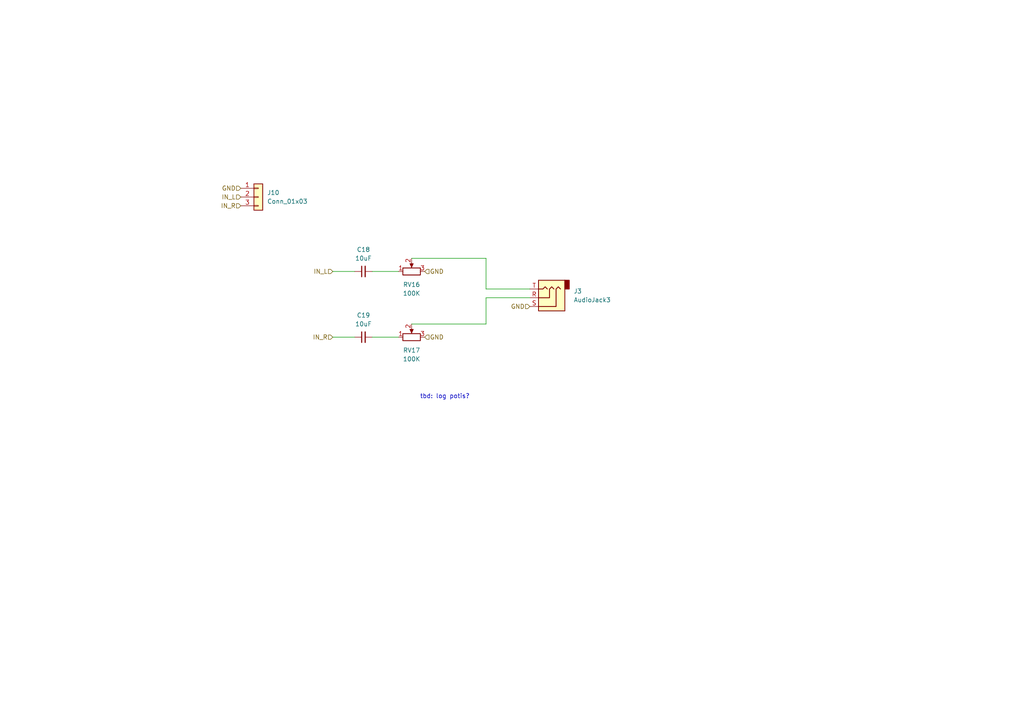
<source format=kicad_sch>
(kicad_sch (version 20231120) (generator "eeschema") (generator_version "8.0")
  (paper "A4")
  (lib_symbols
    (symbol "Connector_Audio:AudioJack3"
      (property "Reference" "J" (at 0 8.89 0))
      (property "Value" "AudioJack3" (at 0 6.35 0))
      (symbol "AudioJack3_0_1"
        (rectangle (start -5.08 -5.08) (end -6.35 -2.54) (stroke (width 0.254)) (fill (type outline)))
        (polyline (pts (xy 0 -2.54) (xy 0.635 -3.175) (xy 1.27 -2.54) (xy 2.54 -2.54)) (stroke (width 0.254)))
        (polyline (pts (xy -1.905 -2.54) (xy -1.27 -3.175) (xy -0.635 -2.54) (xy -0.635 0) (xy 2.54 0)) (stroke (width 0.254)))
        (polyline (pts (xy 2.54 2.54) (xy -2.54 2.54) (xy -2.54 -2.54) (xy -3.175 -3.175) (xy -3.81 -2.54)) (stroke (width 0.254)))
        (rectangle (start 2.54 3.81) (end -5.08 -5.08) (stroke (width 0.254)) (fill (type background)))
      )
      (symbol "AudioJack3_1_1"
        (pin passive line (at 5.08 0 180) (length 2.54) (name "~") (number "R"))
        (pin passive line (at 5.08 2.54 180) (length 2.54) (name "~") (number "S"))
        (pin passive line (at 5.08 -2.54 180) (length 2.54) (name "~") (number "T"))
      )
    )
    (symbol "Connector_Generic:Conn_01x03" (pin_names (offset 1.016) hide)
      (property "Reference" "J" (at 0 5.08 0))
      (property "Value" "Conn_01x03" (at 0 -5.08 0))
      (symbol "Conn_01x03_1_1"
        (rectangle (start -1.27 -2.413) (end 0 -2.667) (stroke (width 0.1524)))
        (rectangle (start -1.27 0.127) (end 0 -0.127) (stroke (width 0.1524)))
        (rectangle (start -1.27 2.667) (end 0 2.413) (stroke (width 0.1524)))
        (rectangle (start -1.27 3.81) (end 1.27 -3.81) (stroke (width 0.254)) (fill (type background)))
        (pin passive line (at -5.08 2.54 0) (length 3.81) (name "Pin_1") (number "1"))
        (pin passive line (at -5.08 0 0) (length 3.81) (name "Pin_2") (number "2"))
        (pin passive line (at -5.08 -2.54 0) (length 3.81) (name "Pin_3") (number "3"))
      )
    )
    (symbol "Device:C_Small" (pin_numbers hide) (pin_names (offset 0.254) hide)
      (property "Reference" "C" (at 0.254 1.778 0))
      (property "Value" "C_Small" (at 0.254 -2.032 0))
      (symbol "C_Small_0_1"
        (polyline (pts (xy -1.524 -0.508) (xy 1.524 -0.508)) (stroke (width 0.3302)))
        (polyline (pts (xy -1.524 0.508) (xy 1.524 0.508)) (stroke (width 0.3048)))
      )
      (symbol "C_Small_1_1"
        (pin passive line (at 0 2.54 270) (length 2.032) (name "~") (number "1"))
        (pin passive line (at 0 -2.54 90) (length 2.032) (name "~") (number "2"))
      )
    )
    (symbol "Device:R_Potentiometer" (pin_names (offset 1.016) hide)
      (property "Reference" "RV" (at -4.445 0 90))
      (property "Value" "R_Potentiometer" (at -2.54 0 90))
      (symbol "R_Potentiometer_0_1"
        (polyline (pts (xy 2.54 0) (xy 1.524 0)))
        (polyline (pts (xy 1.143 0) (xy 2.286 0.508) (xy 2.286 -0.508) (xy 1.143 0)) (fill (type outline)))
        (rectangle (start 1.016 2.54) (end -1.016 -2.54) (stroke (width 0.254)))
      )
      (symbol "R_Potentiometer_1_1"
        (pin passive line (at 0 3.81 270) (length 1.27) (name "1") (number "1"))
        (pin passive line (at 3.81 0 180) (length 1.27) (name "2") (number "2"))
        (pin passive line (at 0 -3.81 90) (length 1.27) (name "3") (number "3"))
      )
    )
  )
  (wire (pts (xy 140.97 86.36) (xy 153.67 86.36)))
  (wire (pts (xy 140.97 93.98) (xy 140.97 86.36)))
  (wire (pts (xy 107.95 97.79) (xy 115.57 97.79)))
  (wire (pts (xy 140.97 74.93) (xy 140.97 83.82)))
  (wire (pts (xy 107.95 78.74) (xy 115.57 78.74)))
  (wire (pts (xy 96.52 97.79) (xy 102.87 97.79)))
  (wire (pts (xy 140.97 83.82) (xy 153.67 83.82)))
  (wire (pts (xy 119.38 93.98) (xy 140.97 93.98)))
  (wire (pts (xy 119.38 74.93) (xy 140.97 74.93)))
  (wire (pts (xy 96.52 78.74) (xy 102.87 78.74)))
  (text "tbd: log potis?\n" (at 129.032 115.062 0) (effects (font (size 1.27 1.27))))
  (hierarchical_label "GND" (shape input) (at 123.19 78.74 0))
  (hierarchical_label "GND" (shape input) (at 69.85 54.61 180))
  (hierarchical_label "GND" (shape input) (at 123.19 97.79 0))
  (hierarchical_label "IN_R" (shape input) (at 96.52 97.79 180))
  (hierarchical_label "IN_L" (shape input) (at 69.85 57.15 180))
  (hierarchical_label "IN_L" (shape input) (at 96.52 78.74 180))
  (hierarchical_label "IN_R" (shape input) (at 69.85 59.69 180))
  (hierarchical_label "GND" (shape input) (at 153.67 88.9 180))
  (symbol (lib_id "Connector_Generic:Conn_01x03") (at 74.93 57.15 0) (unit 1)
    (property "Reference" "J10" (at 77.47 55.8799 0) (effects (justify left)))
    (property "Value" "Conn_01x03" (at 77.47 58.4199 0) (effects (justify left)))
    (property "Footprint" "Connector_PinSocket_2.54mm:PinSocket_1x03_P2.54mm_Vertical" (effects (hide yes)))
    (property "Description" "Generic connector, single row, 01x03, script generated (kicad-library-utils/schlib/autogen/connector/)" (effects (hide yes)))
  )
  (symbol (lib_id "Device:C_Small") (at 105.41 97.79 90) (unit 1)
    (property "Reference" "C19" (at 105.4163 91.44 90))
    (property "Value" "10uF" (at 105.4163 93.98 90))
    (property "Footprint" "Capacitor_SMD:C_0805_2012Metric" (effects (hide yes)))
    (property "Description" "Unpolarized capacitor, small symbol" (effects (hide yes)))
  )
  (symbol (lib_id "Device:R_Potentiometer") (at 119.38 97.79 90) (unit 1)
    (property "Reference" "RV17" (at 119.38 101.6 90))
    (property "Value" "100K" (at 119.38 104.14 90))
    (property "Footprint" "Potentiometer_THT:RV09AF-40-ALPHA-POT" (effects (hide yes)))
    (property "Description" "Potentiometer" (effects (hide yes)))
  )
  (symbol (lib_id "Device:R_Potentiometer") (at 119.38 78.74 90) (unit 1)
    (property "Reference" "RV16" (at 119.38 82.55 90))
    (property "Value" "100K" (at 119.38 85.09 90))
    (property "Footprint" "Potentiometer_THT:RV09AF-40-ALPHA-POT" (effects (hide yes)))
    (property "Description" "Potentiometer" (effects (hide yes)))
  )
  (symbol (lib_id "Device:C_Small") (at 105.41 78.74 90) (unit 1)
    (property "Reference" "C18" (at 105.4163 72.39 90))
    (property "Value" "10uF" (at 105.4163 74.93 90))
    (property "Footprint" "Capacitor_SMD:C_0805_2012Metric" (effects (hide yes)))
    (property "Description" "Unpolarized capacitor, small symbol" (effects (hide yes)))
  )
  (symbol (lib_id "Connector_Audio:AudioJack3") (at 158.75 86.36 180) (unit 1)
    (property "Reference" "J3" (at 166.37 84.4549 0) (effects (justify right)))
    (property "Value" "AudioJack3" (at 166.37 86.9949 0) (effects (justify right)))
    (property "Footprint" "Connector_Audio:Jack_3.5mm_CUI_SJ1-3525N_Horizontal" (effects (hide yes)))
    (property "Description" "Audio Jack, 3 Poles (Stereo / TRS)" (effects (hide yes)))
  )
)
</source>
